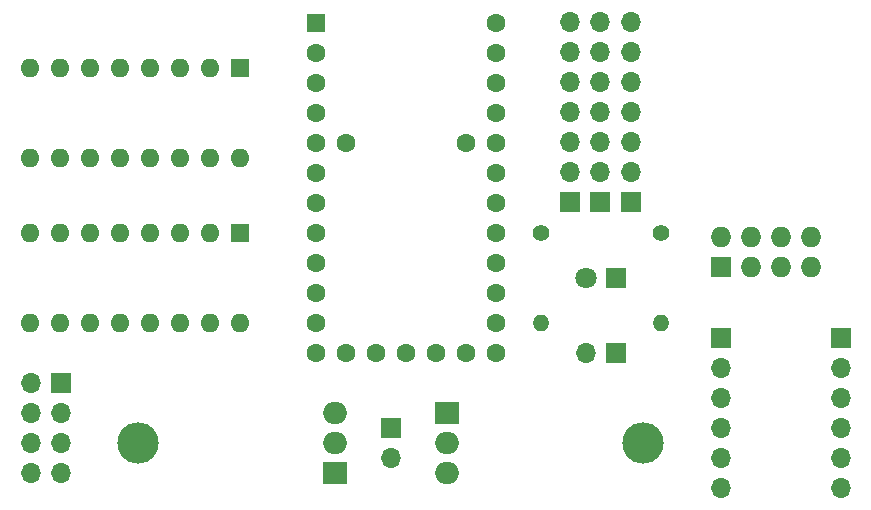
<source format=gbr>
%TF.GenerationSoftware,KiCad,Pcbnew,(6.0.4)*%
%TF.CreationDate,2022-09-19T19:44:15-05:00*%
%TF.ProjectId,WaterGame,57617465-7247-4616-9d65-2e6b69636164,rev?*%
%TF.SameCoordinates,PX49e1930PY59a0560*%
%TF.FileFunction,Soldermask,Top*%
%TF.FilePolarity,Negative*%
%FSLAX46Y46*%
G04 Gerber Fmt 4.6, Leading zero omitted, Abs format (unit mm)*
G04 Created by KiCad (PCBNEW (6.0.4)) date 2022-09-19 19:44:15*
%MOMM*%
%LPD*%
G01*
G04 APERTURE LIST*
%ADD10C,1.400000*%
%ADD11O,1.400000X1.400000*%
%ADD12R,1.800000X1.800000*%
%ADD13C,1.800000*%
%ADD14R,1.700000X1.700000*%
%ADD15O,1.700000X1.700000*%
%ADD16R,1.600000X1.600000*%
%ADD17O,1.600000X1.600000*%
%ADD18R,1.727200X1.727200*%
%ADD19O,1.727200X1.727200*%
%ADD20C,1.600000*%
%ADD21O,3.500000X3.500000*%
%ADD22R,2.000000X1.905000*%
%ADD23O,2.000000X1.905000*%
G04 APERTURE END LIST*
D10*
%TO.C,R2*%
X46990000Y25400000D03*
D11*
X46990000Y17780000D03*
%TD*%
D12*
%TO.C,D1*%
X53340000Y21590000D03*
D13*
X50800000Y21590000D03*
%TD*%
D14*
%TO.C,J4*%
X53340000Y15240000D03*
D15*
X50800000Y15240000D03*
%TD*%
D14*
%TO.C,J1B1*%
X52045000Y27960000D03*
D15*
X52045000Y30500000D03*
X52045000Y33040000D03*
X52045000Y35580000D03*
X52045000Y38120000D03*
X52045000Y40660000D03*
X52045000Y43200000D03*
%TD*%
D14*
%TO.C,J3*%
X34290000Y8890000D03*
D15*
X34290000Y6350000D03*
%TD*%
D14*
%TO.C,J2*%
X6370000Y12700000D03*
D15*
X3830000Y12700000D03*
X6370000Y10160000D03*
X3830000Y10160000D03*
X6370000Y7620000D03*
X3830000Y7620000D03*
X6370000Y5080000D03*
X3830000Y5080000D03*
%TD*%
D14*
%TO.C,J5A2*%
X72415000Y16485000D03*
D15*
X72415000Y13945000D03*
X72415000Y11405000D03*
X72415000Y8865000D03*
X72415000Y6325000D03*
X72415000Y3785000D03*
%TD*%
D14*
%TO.C,J1C1*%
X54610000Y27960000D03*
D15*
X54610000Y30500000D03*
X54610000Y33040000D03*
X54610000Y35580000D03*
X54610000Y38120000D03*
X54610000Y40660000D03*
X54610000Y43200000D03*
%TD*%
D14*
%TO.C,J5A1*%
X62230000Y16510000D03*
D15*
X62230000Y13970000D03*
X62230000Y11430000D03*
X62230000Y8890000D03*
X62230000Y6350000D03*
X62230000Y3810000D03*
%TD*%
D10*
%TO.C,R1*%
X57150000Y25400000D03*
D11*
X57150000Y17780000D03*
%TD*%
D15*
%TO.C,J1A1*%
X49505000Y43200000D03*
X49505000Y40660000D03*
X49505000Y38120000D03*
X49505000Y35580000D03*
X49505000Y33040000D03*
X49505000Y30500000D03*
D14*
X49505000Y27960000D03*
%TD*%
D16*
%TO.C,U5*%
X21575000Y39360000D03*
D17*
X19035000Y39360000D03*
X16495000Y39360000D03*
X13955000Y39360000D03*
X11415000Y39360000D03*
X8875000Y39360000D03*
X6335000Y39360000D03*
X3795000Y39360000D03*
X3795000Y31740000D03*
X6335000Y31740000D03*
X8875000Y31740000D03*
X11415000Y31740000D03*
X13955000Y31740000D03*
X16495000Y31740000D03*
X19035000Y31740000D03*
X21575000Y31740000D03*
%TD*%
D18*
%TO.C,U4*%
X62240000Y22479000D03*
D19*
X62240000Y25019000D03*
X64780000Y22479000D03*
X64780000Y25019000D03*
X67320000Y22479000D03*
X67320000Y25019000D03*
X69860000Y22479000D03*
X69860000Y25019000D03*
%TD*%
D16*
%TO.C,U3*%
X27940000Y43180000D03*
D20*
X27940000Y40640000D03*
X27940000Y38100000D03*
X27940000Y35560000D03*
X27940000Y33020000D03*
X27940000Y30480000D03*
X27940000Y27940000D03*
X27940000Y25400000D03*
X27940000Y22860000D03*
X27940000Y20320000D03*
X27940000Y17780000D03*
X27940000Y15240000D03*
X30480000Y15240000D03*
X33020000Y15240000D03*
X35560000Y15240000D03*
X38100000Y15240000D03*
X40640000Y15240000D03*
X43180000Y15240000D03*
X43180000Y17780000D03*
X43180000Y20320000D03*
X43180000Y22860000D03*
X43180000Y25400000D03*
X43180000Y27940000D03*
X43180000Y30480000D03*
X43180000Y33020000D03*
X43180000Y35560000D03*
X43180000Y38100000D03*
X43180000Y40640000D03*
X43180000Y43180000D03*
X30480000Y33020000D03*
X40640000Y33020000D03*
%TD*%
D21*
%TO.C,U1*%
X55690000Y7620000D03*
D22*
X39030000Y10160000D03*
D23*
X39030000Y7620000D03*
X39030000Y5080000D03*
%TD*%
D16*
%TO.C,U6*%
X21575000Y25400000D03*
D17*
X19035000Y25400000D03*
X16495000Y25400000D03*
X13955000Y25400000D03*
X11415000Y25400000D03*
X8875000Y25400000D03*
X6335000Y25400000D03*
X3795000Y25400000D03*
X3795000Y17780000D03*
X6335000Y17780000D03*
X8875000Y17780000D03*
X11415000Y17780000D03*
X13955000Y17780000D03*
X16495000Y17780000D03*
X19035000Y17780000D03*
X21575000Y17780000D03*
%TD*%
D21*
%TO.C,U2*%
X12890000Y7620000D03*
D22*
X29550000Y5080000D03*
D23*
X29550000Y7620000D03*
X29550000Y10160000D03*
%TD*%
M02*

</source>
